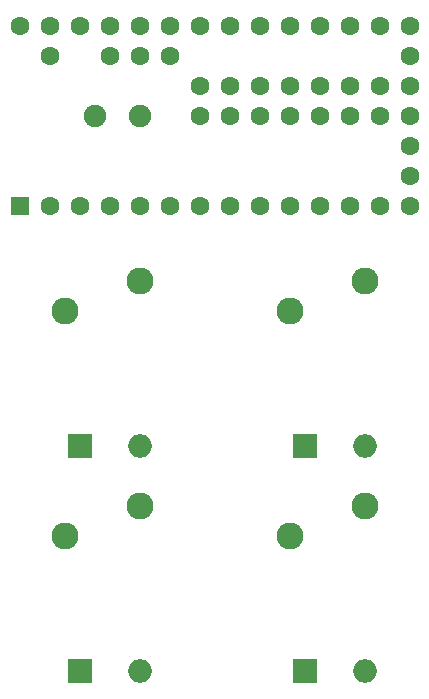
<source format=gbr>
G04 #@! TF.GenerationSoftware,KiCad,Pcbnew,(5.0.1-3-g963ef8bb5)*
G04 #@! TF.CreationDate,2018-12-19T18:05:48-08:00*
G04 #@! TF.ProjectId,snacky44,736E61636B7934342E6B696361645F70,rev?*
G04 #@! TF.SameCoordinates,Original*
G04 #@! TF.FileFunction,Copper,L2,Bot,Signal*
G04 #@! TF.FilePolarity,Positive*
%FSLAX46Y46*%
G04 Gerber Fmt 4.6, Leading zero omitted, Abs format (unit mm)*
G04 Created by KiCad (PCBNEW (5.0.1-3-g963ef8bb5)) date Wednesday, December 19, 2018 at 06:05:48 PM*
%MOMM*%
%LPD*%
G01*
G04 APERTURE LIST*
G04 #@! TA.AperFunction,ComponentPad*
%ADD10R,2.000000X2.000000*%
G04 #@! TD*
G04 #@! TA.AperFunction,ComponentPad*
%ADD11O,2.000000X2.000000*%
G04 #@! TD*
G04 #@! TA.AperFunction,ComponentPad*
%ADD12C,2.286000*%
G04 #@! TD*
G04 #@! TA.AperFunction,ComponentPad*
%ADD13C,1.900000*%
G04 #@! TD*
G04 #@! TA.AperFunction,ComponentPad*
%ADD14C,1.600000*%
G04 #@! TD*
G04 #@! TA.AperFunction,ComponentPad*
%ADD15R,1.600000X1.600000*%
G04 #@! TD*
G04 APERTURE END LIST*
D10*
G04 #@! TO.P,D1,1*
G04 #@! TO.N,Net-(D1-Pad1)*
X142240000Y-140970000D03*
D11*
G04 #@! TO.P,D1,2*
G04 #@! TO.N,Net-(D1-Pad2)*
X147320000Y-140970000D03*
G04 #@! TD*
D10*
G04 #@! TO.P,D2,1*
G04 #@! TO.N,Net-(D2-Pad1)*
X161290000Y-140970000D03*
D11*
G04 #@! TO.P,D2,2*
G04 #@! TO.N,Net-(D2-Pad2)*
X166370000Y-140970000D03*
G04 #@! TD*
G04 #@! TO.P,D3,2*
G04 #@! TO.N,Net-(D2-Pad2)*
X166370000Y-160020000D03*
D10*
G04 #@! TO.P,D3,1*
G04 #@! TO.N,Net-(D3-Pad1)*
X161290000Y-160020000D03*
G04 #@! TD*
D11*
G04 #@! TO.P,D4,2*
G04 #@! TO.N,Net-(D1-Pad2)*
X147320000Y-160020000D03*
D10*
G04 #@! TO.P,D4,1*
G04 #@! TO.N,Net-(D4-Pad1)*
X142240000Y-160020000D03*
G04 #@! TD*
D12*
G04 #@! TO.P,K1,2*
G04 #@! TO.N,Net-(D1-Pad1)*
X140970000Y-129540000D03*
G04 #@! TO.P,K1,1*
G04 #@! TO.N,Net-(K1-Pad1)*
X147320000Y-127000000D03*
G04 #@! TD*
G04 #@! TO.P,K2,2*
G04 #@! TO.N,Net-(D2-Pad1)*
X160020000Y-129540000D03*
G04 #@! TO.P,K2,1*
G04 #@! TO.N,Net-(K1-Pad1)*
X166370000Y-127000000D03*
G04 #@! TD*
G04 #@! TO.P,K3,1*
G04 #@! TO.N,Net-(K3-Pad1)*
X166370000Y-146050000D03*
G04 #@! TO.P,K3,2*
G04 #@! TO.N,Net-(D3-Pad1)*
X160020000Y-148590000D03*
G04 #@! TD*
G04 #@! TO.P,K4,1*
G04 #@! TO.N,Net-(K3-Pad1)*
X147320000Y-146050000D03*
G04 #@! TO.P,K4,2*
G04 #@! TO.N,Net-(D4-Pad1)*
X140970000Y-148590000D03*
G04 #@! TD*
D13*
G04 #@! TO.P,U1,52*
G04 #@! TO.N,Net-(U1-Pad52)*
X143510000Y-113030000D03*
X147320000Y-113030000D03*
D14*
G04 #@! TO.P,U1,51*
G04 #@! TO.N,Net-(U1-Pad51)*
X152400000Y-110490000D03*
G04 #@! TO.P,U1,50*
G04 #@! TO.N,Net-(U1-Pad50)*
X154940000Y-110490000D03*
G04 #@! TO.P,U1,49*
G04 #@! TO.N,Net-(U1-Pad49)*
X157480000Y-110490000D03*
G04 #@! TO.P,U1,48*
G04 #@! TO.N,Net-(U1-Pad48)*
X160020000Y-110490000D03*
G04 #@! TO.P,U1,47*
G04 #@! TO.N,Net-(U1-Pad47)*
X162560000Y-110490000D03*
G04 #@! TO.P,U1,46*
G04 #@! TO.N,Net-(U1-Pad46)*
X165100000Y-110490000D03*
G04 #@! TO.P,U1,45*
G04 #@! TO.N,Net-(U1-Pad45)*
X167640000Y-110490000D03*
G04 #@! TO.P,U1,44*
G04 #@! TO.N,Net-(U1-Pad44)*
X167640000Y-113030000D03*
G04 #@! TO.P,U1,43*
G04 #@! TO.N,Net-(U1-Pad43)*
X165100000Y-113030000D03*
G04 #@! TO.P,U1,42*
G04 #@! TO.N,Net-(U1-Pad42)*
X162560000Y-113030000D03*
G04 #@! TO.P,U1,41*
G04 #@! TO.N,Net-(U1-Pad41)*
X160020000Y-113030000D03*
G04 #@! TO.P,U1,40*
G04 #@! TO.N,Net-(U1-Pad40)*
X157480000Y-113030000D03*
G04 #@! TO.P,U1,39*
G04 #@! TO.N,Net-(U1-Pad39)*
X154940000Y-113030000D03*
G04 #@! TO.P,U1,38*
G04 #@! TO.N,Net-(U1-Pad38)*
X152400000Y-113030000D03*
D15*
G04 #@! TO.P,U1,1*
G04 #@! TO.N,Net-(U1-Pad1)*
X137160000Y-120650000D03*
D14*
G04 #@! TO.P,U1,2*
G04 #@! TO.N,N/C*
X139700000Y-120650000D03*
G04 #@! TO.P,U1,3*
G04 #@! TO.N,Net-(D2-Pad2)*
X142240000Y-120650000D03*
G04 #@! TO.P,U1,4*
G04 #@! TO.N,Net-(D1-Pad2)*
X144780000Y-120650000D03*
G04 #@! TO.P,U1,5*
G04 #@! TO.N,Net-(U1-Pad5)*
X147320000Y-120650000D03*
G04 #@! TO.P,U1,6*
G04 #@! TO.N,Net-(U1-Pad6)*
X149860000Y-120650000D03*
G04 #@! TO.P,U1,7*
G04 #@! TO.N,Net-(U1-Pad7)*
X152400000Y-120650000D03*
G04 #@! TO.P,U1,8*
G04 #@! TO.N,Net-(U1-Pad8)*
X154940000Y-120650000D03*
G04 #@! TO.P,U1,9*
G04 #@! TO.N,Net-(U1-Pad9)*
X157480000Y-120650000D03*
G04 #@! TO.P,U1,10*
G04 #@! TO.N,Net-(U1-Pad10)*
X160020000Y-120650000D03*
G04 #@! TO.P,U1,11*
G04 #@! TO.N,Net-(U1-Pad11)*
X162560000Y-120650000D03*
G04 #@! TO.P,U1,12*
G04 #@! TO.N,Net-(U1-Pad12)*
X165100000Y-120650000D03*
G04 #@! TO.P,U1,13*
G04 #@! TO.N,Net-(U1-Pad13)*
X167640000Y-120650000D03*
G04 #@! TO.P,U1,37*
G04 #@! TO.N,Net-(U1-Pad37)*
X149860000Y-107950000D03*
G04 #@! TO.P,U1,36*
G04 #@! TO.N,Net-(U1-Pad36)*
X147320000Y-107950000D03*
G04 #@! TO.P,U1,35*
G04 #@! TO.N,Net-(U1-Pad35)*
X144780000Y-107950000D03*
G04 #@! TO.P,U1,34*
G04 #@! TO.N,Net-(U1-Pad34)*
X139700000Y-107950000D03*
G04 #@! TO.P,U1,33*
G04 #@! TO.N,Net-(U1-Pad33)*
X137160000Y-105410000D03*
G04 #@! TO.P,U1,32*
G04 #@! TO.N,Net-(U1-Pad32)*
X139700000Y-105410000D03*
G04 #@! TO.P,U1,31*
G04 #@! TO.N,Net-(U1-Pad31)*
X142240000Y-105410000D03*
G04 #@! TO.P,U1,30*
G04 #@! TO.N,Net-(U1-Pad30)*
X144780000Y-105410000D03*
G04 #@! TO.P,U1,29*
G04 #@! TO.N,Net-(U1-Pad29)*
X147320000Y-105410000D03*
G04 #@! TO.P,U1,28*
G04 #@! TO.N,Net-(U1-Pad28)*
X149860000Y-105410000D03*
G04 #@! TO.P,U1,27*
G04 #@! TO.N,Net-(U1-Pad27)*
X152400000Y-105410000D03*
G04 #@! TO.P,U1,26*
G04 #@! TO.N,Net-(U1-Pad26)*
X154940000Y-105410000D03*
G04 #@! TO.P,U1,25*
G04 #@! TO.N,Net-(U1-Pad25)*
X157480000Y-105410000D03*
G04 #@! TO.P,U1,24*
G04 #@! TO.N,Net-(U1-Pad24)*
X160020000Y-105410000D03*
G04 #@! TO.P,U1,23*
G04 #@! TO.N,Net-(U1-Pad23)*
X162560000Y-105410000D03*
G04 #@! TO.P,U1,22*
G04 #@! TO.N,Net-(U1-Pad22)*
X165100000Y-105410000D03*
G04 #@! TO.P,U1,21*
G04 #@! TO.N,Net-(U1-Pad21)*
X167640000Y-105410000D03*
G04 #@! TO.P,U1,14*
G04 #@! TO.N,Net-(U1-Pad14)*
X170180000Y-120650000D03*
G04 #@! TO.P,U1,15*
G04 #@! TO.N,Net-(U1-Pad15)*
X170180000Y-118110000D03*
G04 #@! TO.P,U1,16*
G04 #@! TO.N,Net-(U1-Pad16)*
X170180000Y-115570000D03*
G04 #@! TO.P,U1,20*
G04 #@! TO.N,Net-(K3-Pad1)*
X170180000Y-105410000D03*
G04 #@! TO.P,U1,19*
G04 #@! TO.N,Net-(K1-Pad1)*
X170180000Y-107950000D03*
G04 #@! TO.P,U1,18*
G04 #@! TO.N,Net-(U1-Pad18)*
X170180000Y-110490000D03*
G04 #@! TO.P,U1,17*
G04 #@! TO.N,Net-(U1-Pad17)*
X170180000Y-113030000D03*
G04 #@! TD*
M02*

</source>
